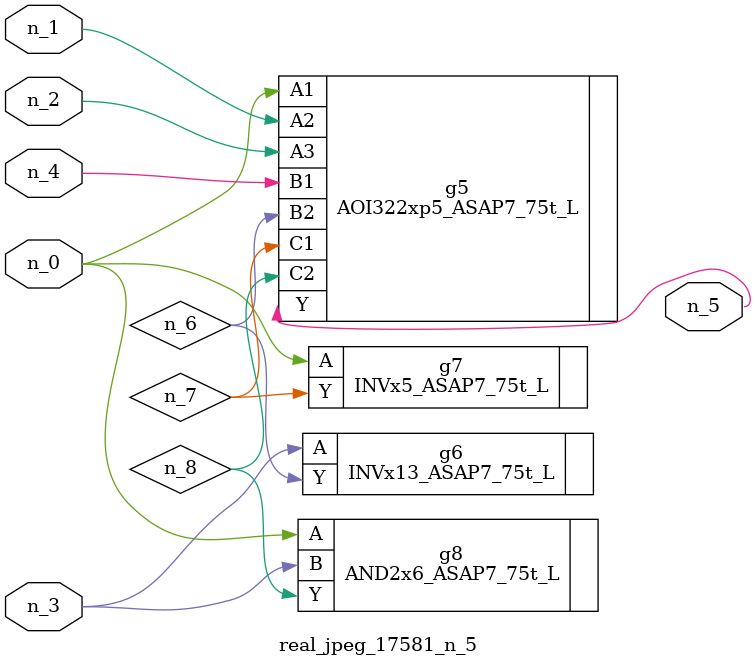
<source format=v>
module real_jpeg_17581_n_5 (n_4, n_0, n_1, n_2, n_3, n_5);

input n_4;
input n_0;
input n_1;
input n_2;
input n_3;

output n_5;

wire n_8;
wire n_6;
wire n_7;

AOI322xp5_ASAP7_75t_L g5 ( 
.A1(n_0),
.A2(n_1),
.A3(n_2),
.B1(n_4),
.B2(n_6),
.C1(n_7),
.C2(n_8),
.Y(n_5)
);

INVx5_ASAP7_75t_L g7 ( 
.A(n_0),
.Y(n_7)
);

AND2x6_ASAP7_75t_L g8 ( 
.A(n_0),
.B(n_3),
.Y(n_8)
);

INVx13_ASAP7_75t_L g6 ( 
.A(n_3),
.Y(n_6)
);


endmodule
</source>
